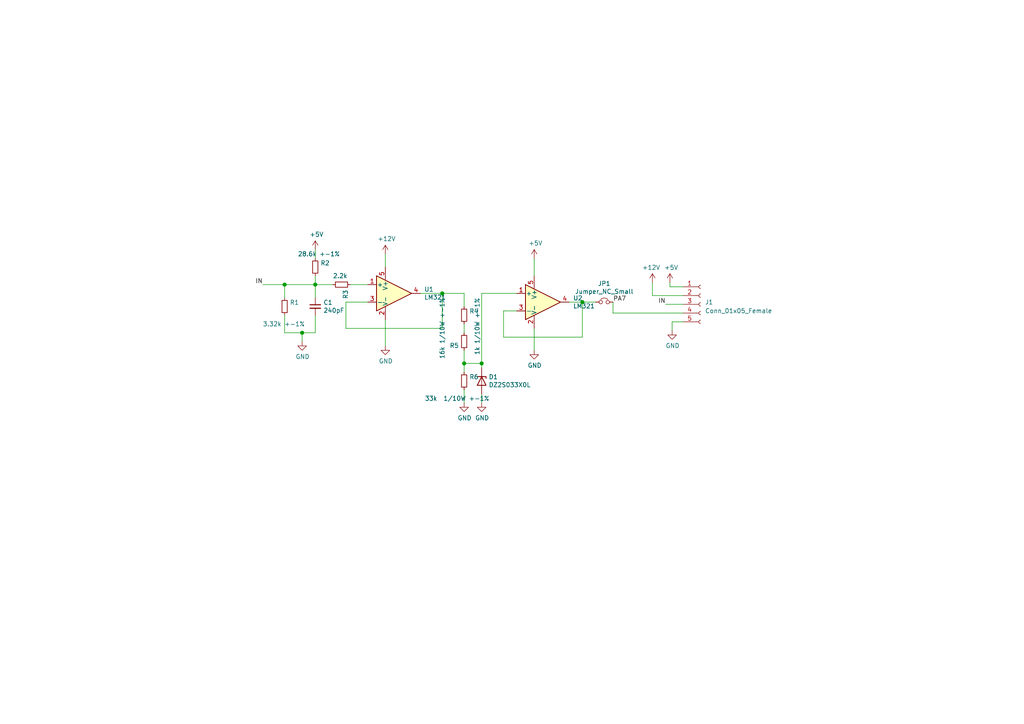
<source format=kicad_sch>
(kicad_sch (version 20210621) (generator eeschema)
  (paper "A4")
  (lib_symbols
    (symbol "Amplifier_Operational:LM321" (pin_names (offset 0.127))
      (property "Reference" "U" (at 0 7.62 0))
      (property "Value" "LM321" (at 0 5.08 0))
      (symbol "LM321_0_1"
        (polyline (pts (xy -5.08 5.08) (xy 5.08 0) (xy -5.08 -5.08) (xy -5.08 5.08)) (stroke (width 0.254)) (fill (type background)))
      )
      (symbol "LM321_1_1"
        (pin input line (at -7.62 2.54 0) (length 2.54) (name "+") (number "1"))
        (pin power_in line (at -2.54 -7.62 90) (length 3.81) (name "V-") (number "2"))
        (pin input line (at -7.62 -2.54 0) (length 2.54) (name "-") (number "3"))
        (pin output line (at 7.62 0 180) (length 2.54) (name "~") (number "4"))
        (pin power_in line (at -2.54 7.62 270) (length 3.81) (name "V+") (number "5"))
      )
    )
    (symbol "Connector:Conn_01x05_Female" (pin_names (offset 1.016) hide)
      (property "Reference" "J" (at 0 7.62 0))
      (property "Value" "Conn_01x05_Female" (at 0 -7.62 0))
      (symbol "Conn_01x05_Female_1_1"
        (arc (start 0 -4.572) (end 0 -5.588) (radius (at 0 -5.08) (length 0.508) (angles 90.1 -90.1)) (stroke (width 0.1524)))
        (arc (start 0 -2.032) (end 0 -3.048) (radius (at 0 -2.54) (length 0.508) (angles 90.1 -90.1)) (stroke (width 0.1524)))
        (arc (start 0 0.508) (end 0 -0.508) (radius (at 0 0) (length 0.508) (angles 90.1 -90.1)) (stroke (width 0.1524)))
        (arc (start 0 3.048) (end 0 2.032) (radius (at 0 2.54) (length 0.508) (angles 90.1 -90.1)) (stroke (width 0.1524)))
        (arc (start 0 5.588) (end 0 4.572) (radius (at 0 5.08) (length 0.508) (angles 90.1 -90.1)) (stroke (width 0.1524)))
        (polyline (pts (xy -1.27 -5.08) (xy -0.508 -5.08)) (stroke (width 0.1524)))
        (polyline (pts (xy -1.27 -2.54) (xy -0.508 -2.54)) (stroke (width 0.1524)))
        (polyline (pts (xy -1.27 0) (xy -0.508 0)) (stroke (width 0.1524)))
        (polyline (pts (xy -1.27 2.54) (xy -0.508 2.54)) (stroke (width 0.1524)))
        (polyline (pts (xy -1.27 5.08) (xy -0.508 5.08)) (stroke (width 0.1524)))
        (pin passive line (at -5.08 5.08 0) (length 3.81) (name "Pin_1") (number "1"))
        (pin passive line (at -5.08 2.54 0) (length 3.81) (name "Pin_2") (number "2"))
        (pin passive line (at -5.08 0 0) (length 3.81) (name "Pin_3") (number "3"))
        (pin passive line (at -5.08 -2.54 0) (length 3.81) (name "Pin_4") (number "4"))
        (pin passive line (at -5.08 -5.08 0) (length 3.81) (name "Pin_5") (number "5"))
      )
    )
    (symbol "Device:C_Small" (pin_numbers hide) (pin_names (offset 0.254) hide)
      (property "Reference" "C" (at 0.254 1.778 0))
      (property "Value" "C_Small" (at 0.254 -2.032 0))
      (symbol "C_Small_0_1"
        (polyline (pts (xy -1.524 -0.508) (xy 1.524 -0.508)) (stroke (width 0.3302)))
        (polyline (pts (xy -1.524 0.508) (xy 1.524 0.508)) (stroke (width 0.3048)))
      )
      (symbol "C_Small_1_1"
        (pin passive line (at 0 2.54 270) (length 2.032) (name "~") (number "1"))
        (pin passive line (at 0 -2.54 90) (length 2.032) (name "~") (number "2"))
      )
    )
    (symbol "Device:Jumper_NC_Small" (pin_numbers hide) (pin_names (offset 0.762) hide)
      (property "Reference" "JP" (at 0 2.032 0))
      (property "Value" "Jumper_NC_Small" (at 0.254 -1.524 0))
      (symbol "Jumper_NC_Small_0_1"
        (arc (start 1.016 0.762) (end -1.016 0.762) (radius (at 0 -0.254) (length 1.4478) (angles 45 135)))
        (circle (center -1.016 0) (radius 0.508))
        (circle (center 1.016 0) (radius 0.508))
        (pin passive line (at -2.54 0 0) (length 1.016) (name "1") (number "1"))
        (pin passive line (at 2.54 0 180) (length 1.016) (name "2") (number "2"))
      )
    )
    (symbol "Device:R_Small" (pin_numbers hide) (pin_names (offset 0.254) hide)
      (property "Reference" "R" (at 0.762 0.508 0))
      (property "Value" "R_Small" (at 0.762 -1.016 0))
      (symbol "R_Small_0_1"
        (rectangle (start -0.762 1.778) (end 0.762 -1.778) (stroke (width 0.2032)))
      )
      (symbol "R_Small_1_1"
        (pin passive line (at 0 2.54 270) (length 0.762) (name "~") (number "1"))
        (pin passive line (at 0 -2.54 90) (length 0.762) (name "~") (number "2"))
      )
    )
    (symbol "Diode:DZ2S033X0L" (pin_numbers hide) (pin_names (offset 1.016) hide)
      (property "Reference" "D" (at 0 2.54 0))
      (property "Value" "DZ2S033X0L" (at 0 -2.54 0))
      (symbol "DZ2S033X0L_0_1"
        (polyline (pts (xy 1.27 0) (xy -1.27 0)))
        (polyline (pts (xy -1.27 -1.27) (xy -1.27 1.27) (xy -0.762 1.27)) (stroke (width 0.254)))
        (polyline (pts (xy 1.27 -1.27) (xy 1.27 1.27) (xy -1.27 0) (xy 1.27 -1.27)) (stroke (width 0.254)))
      )
      (symbol "DZ2S033X0L_1_1"
        (pin passive line (at -3.81 0 0) (length 2.54) (name "K") (number "1"))
        (pin passive line (at 3.81 0 180) (length 2.54) (name "A") (number "2"))
      )
    )
    (symbol "power:+12V" (power) (pin_names (offset 0))
      (property "Value" "+12V" (at 0 3.556 0))
      (symbol "+12V_0_1"
        (polyline (pts (xy -0.762 1.27) (xy 0 2.54)))
        (polyline (pts (xy 0 0) (xy 0 2.54)))
        (polyline (pts (xy 0 2.54) (xy 0.762 1.27)))
      )
      (symbol "+12V_1_1"
        (pin power_in line (at 0 0 90) (length 0) hide (name "+12V") (number "1"))
      )
    )
    (symbol "power:+5V" (power) (pin_names (offset 0))
      (property "Value" "+5V" (at 0 3.556 0))
      (symbol "+5V_0_1"
        (polyline (pts (xy -0.762 1.27) (xy 0 2.54)))
        (polyline (pts (xy 0 0) (xy 0 2.54)))
        (polyline (pts (xy 0 2.54) (xy 0.762 1.27)))
      )
      (symbol "+5V_1_1"
        (pin power_in line (at 0 0 90) (length 0) hide (name "+5V") (number "1"))
      )
    )
    (symbol "power:GND" (power) (pin_names (offset 0))
      (property "Value" "GND" (at 0 -3.81 0))
      (symbol "GND_0_1"
        (polyline (pts (xy 0 0) (xy 0 -1.27) (xy 1.27 -1.27) (xy 0 -2.54) (xy -1.27 -1.27) (xy 0 -1.27)))
      )
      (symbol "GND_1_1"
        (pin power_in line (at 0 0 270) (length 0) hide (name "GND") (number "1"))
      )
    )
  )
  (junction (at 82.55 82.55) (diameter 1.016))
  (junction (at 87.63 96.52) (diameter 1.016))
  (junction (at 91.44 82.55) (diameter 1.016))
  (junction (at 128.27 85.09) (diameter 1.016))
  (junction (at 134.62 105.41) (diameter 1.016))
  (junction (at 139.7 105.41) (diameter 1.016))
  (junction (at 168.91 87.63) (diameter 1.016))
  (wire (pts (xy 76.2 82.55) (xy 82.55 82.55)))
  (wire (pts (xy 82.55 86.36) (xy 82.55 82.55)))
  (wire (pts (xy 82.55 91.44) (xy 82.55 96.52)))
  (wire (pts (xy 82.55 96.52) (xy 87.63 96.52)))
  (wire (pts (xy 87.63 96.52) (xy 91.44 96.52)))
  (wire (pts (xy 87.63 99.06) (xy 87.63 96.52)))
  (wire (pts (xy 91.44 72.39) (xy 91.44 74.93)))
  (wire (pts (xy 91.44 80.01) (xy 91.44 82.55)))
  (wire (pts (xy 91.44 82.55) (xy 82.55 82.55)))
  (wire (pts (xy 91.44 82.55) (xy 91.44 86.36)))
  (wire (pts (xy 91.44 96.52) (xy 91.44 91.44)))
  (wire (pts (xy 96.52 82.55) (xy 91.44 82.55)))
  (wire (pts (xy 100.33 87.63) (xy 100.33 95.25)))
  (wire (pts (xy 100.33 95.25) (xy 128.27 95.25)))
  (wire (pts (xy 101.6 82.55) (xy 106.68 82.55)))
  (wire (pts (xy 106.68 87.63) (xy 100.33 87.63)))
  (wire (pts (xy 111.76 77.47) (xy 111.76 73.66)))
  (wire (pts (xy 111.76 92.71) (xy 111.76 100.33)))
  (wire (pts (xy 128.27 85.09) (xy 121.92 85.09)))
  (wire (pts (xy 128.27 85.09) (xy 134.62 85.09)))
  (wire (pts (xy 128.27 95.25) (xy 128.27 85.09)))
  (wire (pts (xy 134.62 88.9) (xy 134.62 85.09)))
  (wire (pts (xy 134.62 96.52) (xy 134.62 93.98)))
  (wire (pts (xy 134.62 101.6) (xy 134.62 105.41)))
  (wire (pts (xy 134.62 105.41) (xy 134.62 107.95)))
  (wire (pts (xy 134.62 113.03) (xy 134.62 116.84)))
  (wire (pts (xy 139.7 85.09) (xy 139.7 105.41)))
  (wire (pts (xy 139.7 85.09) (xy 149.86 85.09)))
  (wire (pts (xy 139.7 105.41) (xy 134.62 105.41)))
  (wire (pts (xy 139.7 106.68) (xy 139.7 105.41)))
  (wire (pts (xy 139.7 116.84) (xy 139.7 114.3)))
  (wire (pts (xy 146.05 90.17) (xy 146.05 97.79)))
  (wire (pts (xy 146.05 97.79) (xy 168.91 97.79)))
  (wire (pts (xy 149.86 90.17) (xy 146.05 90.17)))
  (wire (pts (xy 154.94 80.01) (xy 154.94 74.93)))
  (wire (pts (xy 154.94 101.6) (xy 154.94 95.25)))
  (wire (pts (xy 168.91 87.63) (xy 165.1 87.63)))
  (wire (pts (xy 168.91 97.79) (xy 168.91 87.63)))
  (wire (pts (xy 172.72 87.63) (xy 168.91 87.63)))
  (wire (pts (xy 177.8 90.805) (xy 177.8 87.63)))
  (wire (pts (xy 189.23 81.915) (xy 189.23 85.725)))
  (wire (pts (xy 193.04 88.265) (xy 198.12 88.265)))
  (wire (pts (xy 194.31 83.185) (xy 194.31 81.915)))
  (wire (pts (xy 194.945 93.345) (xy 198.12 93.345)))
  (wire (pts (xy 194.945 95.885) (xy 194.945 93.345)))
  (wire (pts (xy 198.12 83.185) (xy 194.31 83.185)))
  (wire (pts (xy 198.12 85.725) (xy 189.23 85.725)))
  (wire (pts (xy 198.12 90.805) (xy 177.8 90.805)))
  (label "IN" (at 76.2 82.55 180))
  (label "PA7" (at 181.61 87.63 180))
  (label "IN" (at 193.04 88.265 180))
  (symbol (lib_id "power:+5V") (at 91.44 72.39 0) (unit 1)
    (property "Reference" "#PWR0109" (effects hide))
    (property "Value" "+5V" (at 91.821 67.9958 0))
  )
  (symbol (lib_id "power:+12V") (at 111.76 73.66 0) (unit 1)
    (property "Reference" "#PWR0110" (effects hide))
    (property "Value" "+12V" (at 112.141 69.2658 0))
  )
  (symbol (lib_id "power:+5V") (at 154.94 74.93 0) (unit 1)
    (property "Reference" "#PWR0104" (effects hide))
    (property "Value" "+5V" (at 155.321 70.5358 0))
  )
  (symbol (lib_id "power:+12V") (at 189.23 81.915 0) (mirror y) (unit 1)
    (property "Reference" "#PWR0111" (effects hide))
    (property "Value" "+12V" (at 188.8617 77.5906 0))
  )
  (symbol (lib_id "power:+5V") (at 194.31 81.915 0) (unit 1)
    (property "Reference" "#PWR0105" (effects hide))
    (property "Value" "+5V" (at 194.6783 77.5906 0))
  )
  (symbol (lib_id "power:GND") (at 87.63 99.06 0) (unit 1)
    (property "Reference" "#PWR0107" (effects hide))
    (property "Value" "GND" (at 87.757 103.4542 0))
  )
  (symbol (lib_id "power:GND") (at 111.76 100.33 0) (unit 1)
    (property "Reference" "#PWR0108" (effects hide))
    (property "Value" "GND" (at 111.887 104.7242 0))
  )
  (symbol (lib_id "power:GND") (at 134.62 116.84 0) (unit 1)
    (property "Reference" "#PWR0102" (effects hide))
    (property "Value" "GND" (at 134.747 121.2342 0))
  )
  (symbol (lib_id "power:GND") (at 139.7 116.84 0) (unit 1)
    (property "Reference" "#PWR0101" (effects hide))
    (property "Value" "GND" (at 139.827 121.2342 0))
  )
  (symbol (lib_id "power:GND") (at 154.94 101.6 0) (unit 1)
    (property "Reference" "#PWR0103" (effects hide))
    (property "Value" "GND" (at 155.067 105.9942 0))
  )
  (symbol (lib_id "power:GND") (at 194.945 95.885 0) (unit 1)
    (property "Reference" "#PWR0106" (effects hide))
    (property "Value" "GND" (at 195.072 100.2792 0))
  )
  (symbol (lib_id "Device:Jumper_NC_Small") (at 175.26 87.63 0) (unit 1)
    (property "Reference" "JP1" (at 175.26 82.2452 0))
    (property "Value" "Jumper_NC_Small" (at 175.26 84.5566 0))
    (property "Footprint" "Jumper:SolderJumper-2_P1.3mm_Open_TrianglePad1.0x1.5mm" (effects hide))
  )
  (symbol (lib_id "Device:R_Small") (at 82.55 88.9 0) (unit 1)
    (property "Reference" "R1" (at 84.0486 87.7316 0) (effects (justify left)))
    (property "Value" "3.32k +-1%" (at 76.2 93.98 0) (effects (justify left)))
    (property "Footprint" "Resistor_SMD:R_0603_1608Metric" (effects hide))
    (property "LCSC" "C234508" (effects hide))
  )
  (symbol (lib_id "Device:R_Small") (at 91.44 77.47 180) (unit 1)
    (property "Reference" "R2" (at 92.9386 76.3016 0) (effects (justify right)))
    (property "Value" "28.6k +-1%" (at 86.36 73.66 0) (effects (justify right)))
    (property "Footprint" "Resistor_SMD:R_0603_1608Metric" (effects hide))
    (property "LCSC" "C217931" (effects hide))
  )
  (symbol (lib_id "Device:R_Small") (at 99.06 82.55 270) (unit 1)
    (property "Reference" "R3" (at 100.2284 84.0486 0) (effects (justify left)))
    (property "Value" "2.2k" (at 96.52 80.01 90) (effects (justify left)))
    (property "Footprint" "Resistor_SMD:R_0603_1608Metric" (effects hide))
    (property "LCSC" "C309092" (effects hide))
  )
  (symbol (lib_id "Device:R_Small") (at 134.62 91.44 0) (unit 1)
    (property "Reference" "R4" (at 136.1186 90.2716 0) (effects (justify left)))
    (property "Value" "16k 1/10W +-1%" (at 128.27 104.14 90) (effects (justify left)))
    (property "Footprint" "Resistor_SMD:R_0603_1608Metric" (effects hide))
    (property "LCSC" "C217760" (effects hide))
  )
  (symbol (lib_id "Device:R_Small") (at 134.62 99.06 180) (unit 1)
    (property "Reference" "R5" (at 133.1214 100.2284 0) (effects (justify left)))
    (property "Value" "1k 1/10W +-1%" (at 138.43 86.36 90) (effects (justify left)))
    (property "Footprint" "Resistor_SMD:R_0603_1608Metric" (effects hide))
    (property "LCSC" "C217840" (effects hide))
  )
  (symbol (lib_id "Device:R_Small") (at 134.62 110.49 0) (unit 1)
    (property "Reference" "R6" (at 136.1186 109.3216 0) (effects (justify left)))
    (property "Value" "33k  1/10W +-1%" (at 123.19 115.57 0) (effects (justify left)))
    (property "Footprint" "Resistor_SMD:R_0603_1608Metric" (effects hide))
  )
  (symbol (lib_id "Device:C_Small") (at 91.44 88.9 0) (unit 1)
    (property "Reference" "C1" (at 93.7768 87.7316 0) (effects (justify left)))
    (property "Value" "240pF" (at 93.7768 90.043 0) (effects (justify left)))
    (property "Footprint" "Capacitor_SMD:C_0603_1608Metric" (effects hide))
    (property "LCSC" "C185593" (effects hide))
  )
  (symbol (lib_id "Diode:DZ2S033X0L") (at 139.7 110.49 270) (unit 1)
    (property "Reference" "D1" (at 141.732 109.3216 90) (effects (justify left)))
    (property "Value" "DZ2S033X0L" (at 141.732 111.633 90) (effects (justify left)))
    (property "Footprint" "Diode_SMD:D_MiniMELF" (effects hide))
    (property "Datasheet" "https://industrial.panasonic.com/content/data/SC/ds/ds4/DZ2S03300L_E.pdf" (effects hide))
    (property "LCSC" "C8056" (effects hide))
  )
  (symbol (lib_id "Connector:Conn_01x05_Female") (at 203.2 88.265 0) (unit 1)
    (property "Reference" "J1" (at 204.47 87.6299 0) (effects (justify left)))
    (property "Value" "Conn_01x05_Female" (at 204.47 90.1699 0) (effects (justify left)))
    (property "Footprint" "Connector_PinHeader_1.27mm:PinHeader_1x05_P1.27mm_Horizontal" (effects hide))
  )
  (symbol (lib_id "Amplifier_Operational:LM321") (at 114.3 85.09 0) (unit 1)
    (property "Reference" "U1" (at 123.0376 83.9216 0) (effects (justify left)))
    (property "Value" "LM321" (at 123.0376 86.233 0) (effects (justify left)))
    (property "Footprint" "Package_TO_SOT_SMD:SOT-23-5" (effects hide))
    (property "Datasheet" "http://www.ti.com/lit/ds/symlink/lm321.pdf" (effects hide))
  )
  (symbol (lib_id "Amplifier_Operational:LM321") (at 157.48 87.63 0) (unit 1)
    (property "Reference" "U2" (at 166.2176 86.4616 0) (effects (justify left)))
    (property "Value" "LM321" (at 166.2176 88.773 0) (effects (justify left)))
    (property "Footprint" "Package_TO_SOT_SMD:SOT-23-5" (effects hide))
    (property "Datasheet" "http://www.ti.com/lit/ds/symlink/lm321.pdf" (effects hide))
  )
)
</source>
